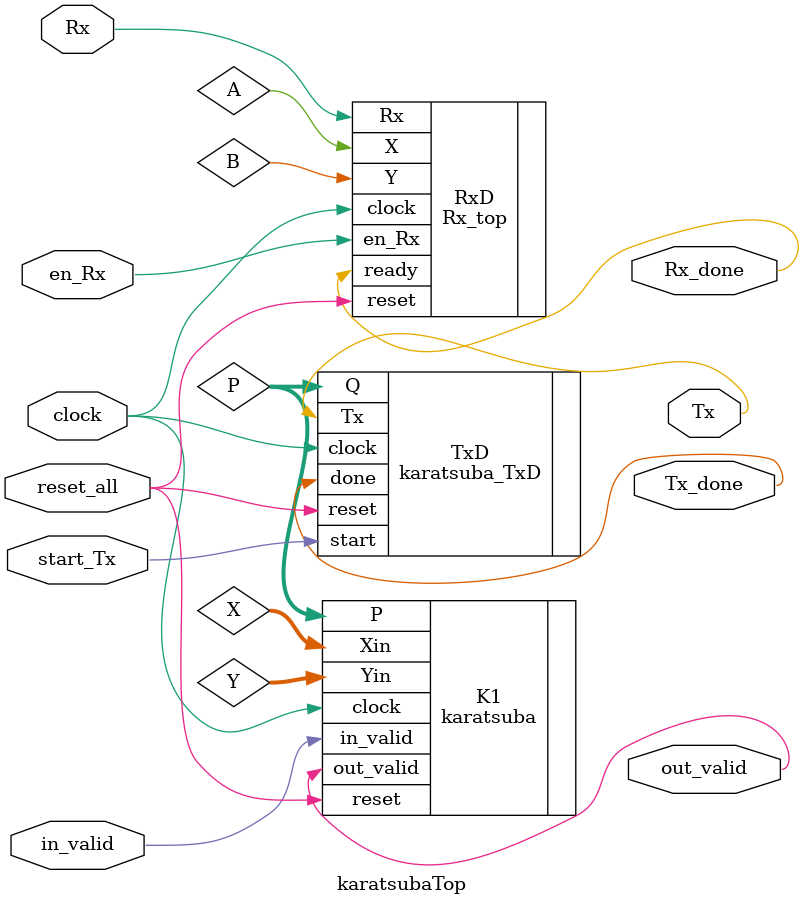
<source format=v>
`timescale 1ns / 1ps


module karatsubaTop(
	input clock,
	input reset_all,
	input Rx,
	input en_Rx,
	input in_valid,
	input start_Tx,
	output Tx,
	output Tx_done,
	output out_valid,
	output Rx_done
    );
    
    wire [255:0] X, Y;
    wire [511:0] P;
    
    Rx_top RxD(.clock(clock),.en_Rx(en_Rx),.reset(reset_all),.Rx(Rx),.X(A),.Y(B),.ready(Rx_done));
    karatsuba K1(.clock(clock),.in_valid(in_valid),.Xin(X),.Yin(Y),.reset(reset_all),.P(P),.out_valid(out_valid));
    karatsuba_TxD TxD(.clock(clock),.start(start_Tx),.reset(reset_all),.Q(P),.done(Tx_done),.Tx(Tx));
    
endmodule
</source>
